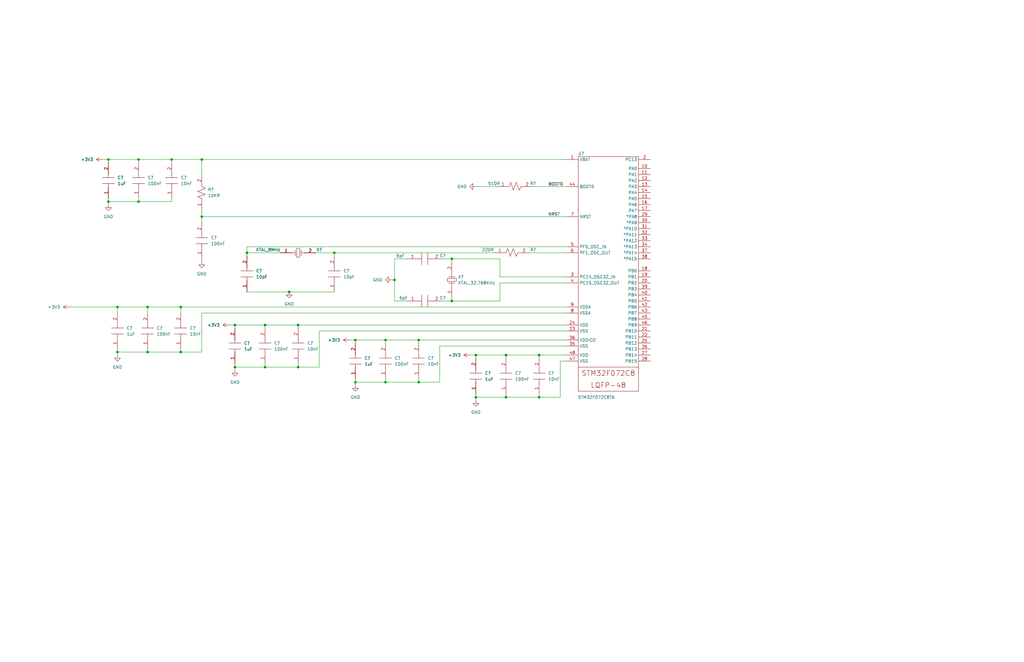
<source format=kicad_sch>
(kicad_sch (version 20211123) (generator eeschema)
  (paper "B")
  (lib_symbols
    (symbol "MEDWatch:100nF"
      (property "Reference" "C" (at 15.24 1.27 0))
      (property "Value" "100nF" (at -1.27 1.27 0))
      (symbol "100nF_0_1"
        (polyline (pts (xy 6.35 0) (xy 5.08 0)))
        (polyline (pts (xy 8.89 0) (xy 10.16 0)))
        (polyline (pts (xy 8.89 2.54) (xy 8.89 -2.54)))
        (polyline (pts (xy 6.35 2.54) (xy 6.35 0) (xy 6.35 -2.54)))
      )
      (symbol "100nF_1_1"
        (pin passive line (at 0 0 0) (length 5.08) (name "") (number "1"))
        (pin passive line (at 15.24 0 180) (length 5.08) (name "") (number "2"))
      )
    )
    (symbol "MEDWatch:10KR"
      (property "Reference" "R" (at 15.24 1.27 0))
      (property "Value" "10KR" (at -1.27 1.27 0))
      (symbol "10KR_0_1"
        (polyline (pts (xy 5.08 0) (xy 5.842 1.778) (xy 6.858 -1.524) (xy 8.128 1.778) (xy 9.398 -1.524) (xy 10.16 0)))
      )
      (symbol "10KR_1_1"
        (pin passive line (at 0 0 0) (length 5.08) (name "") (number "1"))
        (pin passive line (at 15.24 0 180) (length 5.08) (name "") (number "2"))
      )
    )
    (symbol "MEDWatch:10nF"
      (property "Reference" "C" (at 16.51 1.27 0))
      (property "Value" "10nF" (at -2.54 1.27 0))
      (symbol "10nF_0_1"
        (polyline (pts (xy 6.35 0) (xy 5.08 0)))
        (polyline (pts (xy 8.89 0) (xy 10.16 0)))
        (polyline (pts (xy 8.89 2.54) (xy 8.89 -2.54)))
        (polyline (pts (xy 6.35 2.54) (xy 6.35 0) (xy 6.35 -2.54)))
      )
      (symbol "10nF_1_1"
        (pin passive line (at 0 0 0) (length 5.08) (name "") (number "1"))
        (pin passive line (at 15.24 0 180) (length 5.08) (name "") (number "2"))
      )
    )
    (symbol "MEDWatch:10pF"
      (property "Reference" "C" (at 15.24 1.27 0))
      (property "Value" "10pF" (at 0 1.27 0))
      (symbol "10pF_0_1"
        (polyline (pts (xy 6.35 0) (xy 5.08 0)))
        (polyline (pts (xy 8.89 0) (xy 10.16 0)))
        (polyline (pts (xy 8.89 2.54) (xy 8.89 -2.54)))
        (polyline (pts (xy 6.35 2.54) (xy 6.35 0) (xy 6.35 -2.54)))
      )
      (symbol "10pF_1_1"
        (pin passive line (at 0 0 0) (length 5.08) (name "") (number "1"))
        (pin passive line (at 15.24 0 180) (length 5.08) (name "") (number "2"))
      )
    )
    (symbol "MEDWatch:1uF"
      (property "Reference" "C" (at 15.24 1.27 0))
      (property "Value" "1uF" (at 0 1.27 0))
      (symbol "1uF_0_1"
        (polyline (pts (xy 6.35 0) (xy 5.08 0)))
        (polyline (pts (xy 8.89 0) (xy 10.16 0)))
        (polyline (pts (xy 8.89 2.54) (xy 8.89 -2.54)))
        (polyline (pts (xy 6.35 2.54) (xy 6.35 0) (xy 6.35 -2.54)))
      )
      (symbol "1uF_1_1"
        (pin passive line (at 0 0 0) (length 5.08) (name "") (number "1"))
        (pin passive line (at 15.24 0 180) (length 5.08) (name "") (number "2"))
      )
    )
    (symbol "MEDWatch:220R"
      (property "Reference" "R" (at 15.24 1.27 0))
      (property "Value" "220R" (at -1.27 1.27 0))
      (symbol "220R_0_1"
        (polyline (pts (xy 5.08 0) (xy 5.842 1.778) (xy 6.858 -1.524) (xy 8.128 1.778) (xy 9.398 -1.524) (xy 10.16 0)))
      )
      (symbol "220R_1_1"
        (pin passive line (at 0 0 0) (length 5.08) (name "") (number "1"))
        (pin passive line (at 15.24 0 180) (length 5.08) (name "") (number "2"))
      )
    )
    (symbol "MEDWatch:510R"
      (property "Reference" "R" (at 15.24 1.27 0))
      (property "Value" "510R" (at -1.27 1.27 0))
      (symbol "510R_0_1"
        (polyline (pts (xy 5.08 0) (xy 5.842 1.778) (xy 6.858 -1.524) (xy 8.128 1.778) (xy 9.398 -1.524) (xy 10.16 0)))
      )
      (symbol "510R_1_1"
        (pin passive line (at 0 0 0) (length 5.08) (name "") (number "1"))
        (pin passive line (at 15.24 0 180) (length 5.08) (name "") (number "2"))
      )
    )
    (symbol "MEDWatch:6pF"
      (property "Reference" "C" (at 16.51 1.27 0))
      (property "Value" "6pF" (at -1.27 1.27 0))
      (symbol "6pF_0_1"
        (polyline (pts (xy 6.35 0) (xy 5.08 0)))
        (polyline (pts (xy 8.89 0) (xy 10.16 0)))
        (polyline (pts (xy 8.89 2.54) (xy 8.89 -2.54)))
        (polyline (pts (xy 6.35 2.54) (xy 6.35 0) (xy 6.35 -2.54)))
      )
      (symbol "6pF_1_1"
        (pin passive line (at 0 0 0) (length 5.08) (name "") (number "1"))
        (pin passive line (at 15.24 0 180) (length 5.08) (name "") (number "2"))
      )
    )
    (symbol "MEDWatch:STM32F072C8T6"
      (property "Reference" "U" (at 1.27 13.97 0))
      (property "Value" "STM32F072C8T6" (at 8.89 11.43 0))
      (symbol "STM32F072C8T6_0_0"
        (text "LQFP-48" (at 12.7 -96.52 0) (effects (font (size 2.159 2.159))))
        (text "STM32F072C8" (at 12.7 -91.44 0) (effects (font (size 2.159 2.159))))
      )
      (symbol "STM32F072C8T6_0_1"
        (polyline (pts (xy 0 -88.9) (xy 25.4 -88.9)))
        (rectangle (start 0 0) (end 25.4 -99.06))
      )
      (symbol "STM32F072C8T6_1_1"
        (pin power_in line (at -5.08 -1.27 0) (length 5.08) (name "VBAT") (number "1"))
        (pin bidirectional line (at 30.48 -5.08 180) (length 5.08) (name "PA0") (number "10"))
        (pin bidirectional line (at 30.48 -7.62 180) (length 5.08) (name "PA1") (number "11"))
        (pin bidirectional line (at 30.48 -10.16 180) (length 5.08) (name "PA2") (number "12"))
        (pin bidirectional line (at 30.48 -12.7 180) (length 5.08) (name "PA3") (number "13"))
        (pin bidirectional line (at 30.48 -15.24 180) (length 5.08) (name "PA4") (number "14"))
        (pin bidirectional line (at 30.48 -17.78 180) (length 5.08) (name "PA5") (number "15"))
        (pin bidirectional line (at 30.48 -20.32 180) (length 5.08) (name "PA6") (number "16"))
        (pin bidirectional line (at 30.48 -22.86 180) (length 5.08) (name "PA7") (number "17"))
        (pin bidirectional line (at 30.48 -48.26 180) (length 5.08) (name "PB0") (number "18"))
        (pin bidirectional line (at 30.48 -50.8 180) (length 5.08) (name "PB1") (number "19"))
        (pin bidirectional line (at 30.48 -1.27 180) (length 5.08) (name "PC13") (number "2"))
        (pin bidirectional line (at 30.48 -53.34 180) (length 5.08) (name "PB2") (number "20"))
        (pin bidirectional line (at 30.48 -73.66 180) (length 5.08) (name "PB10") (number "21"))
        (pin bidirectional line (at 30.48 -76.2 180) (length 5.08) (name "PB11") (number "22"))
        (pin power_out line (at -5.08 -73.66 0) (length 5.08) (name "VSS") (number "23"))
        (pin power_in line (at -5.08 -71.12 0) (length 5.08) (name "VDD") (number "24"))
        (pin bidirectional line (at 30.48 -78.74 180) (length 5.08) (name "PB12") (number "25"))
        (pin bidirectional line (at 30.48 -81.28 180) (length 5.08) (name "PB13") (number "26"))
        (pin bidirectional line (at 30.48 -83.82 180) (length 5.08) (name "PB14") (number "27"))
        (pin bidirectional line (at 30.48 -86.36 180) (length 5.08) (name "PB15") (number "28"))
        (pin bidirectional line (at 30.48 -25.4 180) (length 5.08) (name "*PA8") (number "29"))
        (pin input line (at -5.08 -50.8 0) (length 5.08) (name "PC14_OSC32_IN") (number "3"))
        (pin bidirectional line (at 30.48 -27.94 180) (length 5.08) (name "*PA9") (number "30"))
        (pin bidirectional line (at 30.48 -30.48 180) (length 5.08) (name "*PA10") (number "31"))
        (pin bidirectional line (at 30.48 -33.02 180) (length 5.08) (name "*PA11") (number "32"))
        (pin bidirectional line (at 30.48 -35.56 180) (length 5.08) (name "*PA12") (number "33"))
        (pin bidirectional line (at 30.48 -38.1 180) (length 5.08) (name "*PA13") (number "34"))
        (pin power_out line (at -5.08 -80.01 0) (length 5.08) (name "VSS") (number "35"))
        (pin power_in line (at -5.08 -77.47 0) (length 5.08) (name "VDDIO2") (number "36"))
        (pin bidirectional line (at 30.48 -40.64 180) (length 5.08) (name "*PA14") (number "37"))
        (pin bidirectional line (at 30.48 -43.18 180) (length 5.08) (name "*PA15") (number "38"))
        (pin bidirectional line (at 30.48 -55.88 180) (length 5.08) (name "PB3") (number "39"))
        (pin output line (at -5.08 -53.34 0) (length 5.08) (name "PC15_OSC32_OUT") (number "4"))
        (pin bidirectional line (at 30.48 -58.42 180) (length 5.08) (name "PB4") (number "40"))
        (pin bidirectional line (at 30.48 -60.96 180) (length 5.08) (name "PB5") (number "41"))
        (pin bidirectional line (at 30.48 -63.5 180) (length 5.08) (name "PB6") (number "42"))
        (pin bidirectional line (at 30.48 -66.04 180) (length 5.08) (name "PB7") (number "43"))
        (pin passive line (at -5.08 -12.7 0) (length 5.08) (name "BOOT0") (number "44"))
        (pin bidirectional line (at 30.48 -68.58 180) (length 5.08) (name "PB8") (number "45"))
        (pin bidirectional line (at 30.48 -71.12 180) (length 5.08) (name "PB9") (number "46"))
        (pin power_out line (at -5.08 -86.36 0) (length 5.08) (name "VSS") (number "47"))
        (pin power_in line (at -5.08 -83.82 0) (length 5.08) (name "VDD") (number "48"))
        (pin input line (at -5.08 -38.1 0) (length 5.08) (name "PF0_OSC_IN") (number "5"))
        (pin output line (at -5.08 -40.64 0) (length 5.08) (name "PF1_OSC_OUT") (number "6"))
        (pin passive line (at -5.08 -25.4 0) (length 5.08) (name "NRST") (number "7"))
        (pin power_out line (at -5.08 -66.04 0) (length 5.08) (name "VSSA") (number "8"))
        (pin power_in line (at -5.08 -63.5 0) (length 5.08) (name "VDDA") (number "9"))
      )
    )
    (symbol "MEDWatch:XTAL_32.768KHz"
      (property "Reference" "X" (at 19.05 1.27 0))
      (property "Value" "XTAL_32.768KHz" (at -6.35 2.54 0))
      (symbol "XTAL_32.768KHz_0_0"
        (polyline (pts (xy 5.08 0) (xy 6.35 0)))
        (polyline (pts (xy 6.35 1.27) (xy 6.35 -1.27)))
        (polyline (pts (xy 8.89 0) (xy 10.16 0)))
        (polyline (pts (xy 8.89 1.27) (xy 8.89 -1.27)))
        (polyline (pts (xy 6.985 1.905) (xy 8.255 1.905) (xy 8.255 -1.905) (xy 6.985 -1.905) (xy 6.985 1.905)))
      )
      (symbol "XTAL_32.768KHz_1_1"
        (pin passive line (at 0 0 0) (length 5.08) (name "") (number "1"))
        (pin passive line (at 15.24 0 180) (length 5.08) (name "") (number "2"))
      )
    )
    (symbol "MEDWatch:XTAL_8MHz"
      (property "Reference" "X" (at 16.51 7.62 0))
      (property "Value" "XTAL_8MHz" (at 6.35 8.89 0))
      (symbol "XTAL_8MHz_0_0"
        (polyline (pts (xy 5.08 0) (xy 6.35 0)))
        (polyline (pts (xy 6.35 1.27) (xy 6.35 -1.27)))
        (polyline (pts (xy 8.89 0) (xy 10.16 0)))
        (polyline (pts (xy 8.89 1.27) (xy 8.89 -1.27)))
        (polyline (pts (xy 6.985 1.905) (xy 8.255 1.905) (xy 8.255 -1.905) (xy 6.985 -1.905) (xy 6.985 1.905)))
      )
      (symbol "XTAL_8MHz_1_1"
        (pin passive line (at 0 0 0) (length 5.08) (name "") (number "1"))
        (pin passive line (at 15.24 0 180) (length 5.08) (name "") (number "2"))
      )
    )
    (symbol "power:+3V3" (power) (pin_names (offset 0))
      (property "Value" "+3V3" (at 0 3.556 0))
      (symbol "+3V3_0_1"
        (polyline (pts (xy -0.762 1.27) (xy 0 2.54)))
        (polyline (pts (xy 0 0) (xy 0 2.54)))
        (polyline (pts (xy 0 2.54) (xy 0.762 1.27)))
      )
      (symbol "+3V3_1_1"
        (pin power_in line (at 0 0 90) (length 0) hide (name "+3V3") (number "1"))
      )
    )
    (symbol "power:GND" (power) (pin_names (offset 0))
      (property "Value" "GND" (at 0 -3.81 0))
      (symbol "GND_0_1"
        (polyline (pts (xy 0 0) (xy 0 -1.27) (xy 1.27 -1.27) (xy 0 -2.54) (xy -1.27 -1.27) (xy 0 -1.27)))
      )
      (symbol "GND_1_1"
        (pin power_in line (at 0 0 270) (length 0) hide (name "GND") (number "1"))
      )
    )
  )
  (junction (at 76.2 129.54))
  (junction (at 190.5 109.22))
  (junction (at 62.23 129.54))
  (junction (at 190.5 127))
  (junction (at 58.42 85.09))
  (junction (at 111.76 137.16))
  (junction (at 162.56 143.51))
  (junction (at 200.66 167.64))
  (junction (at 99.06 137.16))
  (junction (at 213.36 167.64))
  (junction (at 176.53 143.51))
  (junction (at 111.76 154.94))
  (junction (at 166.37 118.11))
  (junction (at 213.36 149.86))
  (junction (at 85.09 91.44))
  (junction (at 49.53 148.59))
  (junction (at 62.23 148.59))
  (junction (at 45.72 85.09))
  (junction (at 125.73 154.94))
  (junction (at 227.33 149.86))
  (junction (at 162.56 161.29))
  (junction (at 104.14 106.68))
  (junction (at 200.66 149.86))
  (junction (at 149.86 143.51))
  (junction (at 76.2 148.59))
  (junction (at 176.53 161.29))
  (junction (at 149.86 161.29))
  (junction (at 99.06 154.94))
  (junction (at 121.92 123.19))
  (junction (at 58.42 67.31))
  (junction (at 140.97 106.68))
  (junction (at 45.72 67.31))
  (junction (at 85.09 67.31))
  (junction (at 72.39 67.31))
  (junction (at 125.73 137.16))
  (junction (at 227.33 167.64))
  (junction (at 49.53 129.54))
  (wire (pts (xy 111.76 153.67) (xy 111.76 154.94)))
  (wire (pts (xy 99.06 154.94) (xy 99.06 153.67)))
  (wire (pts (xy 76.2 147.32) (xy 76.2 148.59)))
  (wire (pts (xy 58.42 85.09) (xy 45.72 85.09)))
  (wire (pts (xy 96.52 137.16) (xy 99.06 137.16)))
  (wire (pts (xy 236.22 167.64) (xy 227.33 167.64)))
  (wire (pts (xy 213.36 149.86) (xy 227.33 149.86)))
  (wire (pts (xy 238.76 91.44) (xy 85.09 91.44)))
  (wire (pts (xy 125.73 137.16) (xy 238.76 137.16)))
  (wire (pts (xy 58.42 67.31) (xy 58.42 68.58)))
  (wire (pts (xy 238.76 104.14) (xy 104.14 104.14)))
  (wire (pts (xy 166.37 118.11) (xy 166.37 127)))
  (wire (pts (xy 45.72 85.09) (xy 45.72 86.36)))
  (wire (pts (xy 238.76 146.05) (xy 185.42 146.05)))
  (wire (pts (xy 185.42 161.29) (xy 176.53 161.29)))
  (wire (pts (xy 208.28 106.68) (xy 140.97 106.68)))
  (wire (pts (xy 223.52 106.68) (xy 238.76 106.68)))
  (wire (pts (xy 190.5 127) (xy 210.82 127)))
  (wire (pts (xy 62.23 129.54) (xy 76.2 129.54)))
  (wire (pts (xy 185.42 146.05) (xy 185.42 161.29)))
  (wire (pts (xy 238.76 132.08) (xy 85.09 132.08)))
  (wire (pts (xy 49.53 149.86) (xy 49.53 148.59)))
  (wire (pts (xy 166.37 109.22) (xy 166.37 118.11)))
  (wire (pts (xy 140.97 123.19) (xy 121.92 123.19)))
  (wire (pts (xy 76.2 148.59) (xy 62.23 148.59)))
  (wire (pts (xy 238.76 139.7) (xy 134.62 139.7)))
  (wire (pts (xy 85.09 67.31) (xy 72.39 67.31)))
  (wire (pts (xy 227.33 149.86) (xy 227.33 151.13)))
  (wire (pts (xy 190.5 109.22) (xy 190.5 110.49)))
  (wire (pts (xy 176.53 161.29) (xy 162.56 161.29)))
  (wire (pts (xy 104.14 106.68) (xy 104.14 107.95)))
  (wire (pts (xy 49.53 129.54) (xy 62.23 129.54)))
  (wire (pts (xy 200.66 167.64) (xy 200.66 166.37)))
  (wire (pts (xy 85.09 67.31) (xy 85.09 73.66)))
  (wire (pts (xy 99.06 154.94) (xy 99.06 156.21)))
  (wire (pts (xy 200.66 149.86) (xy 200.66 151.13)))
  (wire (pts (xy 236.22 152.4) (xy 236.22 167.64)))
  (wire (pts (xy 166.37 127) (xy 171.45 127)))
  (wire (pts (xy 76.2 129.54) (xy 238.76 129.54)))
  (wire (pts (xy 149.86 161.29) (xy 149.86 162.56)))
  (wire (pts (xy 49.53 148.59) (xy 49.53 147.32)))
  (wire (pts (xy 85.09 148.59) (xy 76.2 148.59)))
  (wire (pts (xy 29.21 129.54) (xy 49.53 129.54)))
  (wire (pts (xy 125.73 137.16) (xy 125.73 138.43)))
  (wire (pts (xy 111.76 154.94) (xy 99.06 154.94)))
  (wire (pts (xy 200.66 167.64) (xy 200.66 168.91)))
  (wire (pts (xy 76.2 129.54) (xy 76.2 132.08)))
  (wire (pts (xy 72.39 67.31) (xy 72.39 68.58)))
  (wire (pts (xy 238.76 152.4) (xy 236.22 152.4)))
  (wire (pts (xy 72.39 83.82) (xy 72.39 85.09)))
  (wire (pts (xy 85.09 109.22) (xy 85.09 110.49)))
  (wire (pts (xy 49.53 148.59) (xy 62.23 148.59)))
  (wire (pts (xy 62.23 129.54) (xy 62.23 132.08)))
  (wire (pts (xy 58.42 83.82) (xy 58.42 85.09)))
  (wire (pts (xy 85.09 132.08) (xy 85.09 148.59)))
  (wire (pts (xy 162.56 143.51) (xy 162.56 144.78)))
  (wire (pts (xy 140.97 106.68) (xy 133.35 106.68)))
  (wire (pts (xy 99.06 137.16) (xy 99.06 138.43)))
  (wire (pts (xy 176.53 143.51) (xy 238.76 143.51)))
  (wire (pts (xy 72.39 85.09) (xy 58.42 85.09)))
  (wire (pts (xy 238.76 116.84) (xy 210.82 116.84)))
  (wire (pts (xy 85.09 88.9) (xy 85.09 91.44)))
  (wire (pts (xy 200.66 78.74) (xy 209.55 78.74)))
  (wire (pts (xy 58.42 67.31) (xy 45.72 67.31)))
  (wire (pts (xy 210.82 119.38) (xy 210.82 127)))
  (wire (pts (xy 227.33 167.64) (xy 213.36 167.64)))
  (wire (pts (xy 111.76 137.16) (xy 111.76 138.43)))
  (wire (pts (xy 186.69 109.22) (xy 190.5 109.22)))
  (wire (pts (xy 162.56 160.02) (xy 162.56 161.29)))
  (wire (pts (xy 149.86 143.51) (xy 162.56 143.51)))
  (wire (pts (xy 227.33 166.37) (xy 227.33 167.64)))
  (wire (pts (xy 99.06 137.16) (xy 111.76 137.16)))
  (wire (pts (xy 45.72 85.09) (xy 45.72 83.82)))
  (wire (pts (xy 213.36 167.64) (xy 200.66 167.64)))
  (wire (pts (xy 213.36 166.37) (xy 213.36 167.64)))
  (wire (pts (xy 125.73 154.94) (xy 111.76 154.94)))
  (wire (pts (xy 49.53 129.54) (xy 49.53 132.08)))
  (wire (pts (xy 171.45 109.22) (xy 166.37 109.22)))
  (wire (pts (xy 176.53 160.02) (xy 176.53 161.29)))
  (wire (pts (xy 62.23 147.32) (xy 62.23 148.59)))
  (wire (pts (xy 213.36 151.13) (xy 213.36 149.86)))
  (wire (pts (xy 162.56 161.29) (xy 149.86 161.29)))
  (wire (pts (xy 210.82 116.84) (xy 210.82 109.22)))
  (wire (pts (xy 147.32 143.51) (xy 149.86 143.51)))
  (wire (pts (xy 149.86 161.29) (xy 149.86 160.02)))
  (wire (pts (xy 43.18 67.31) (xy 45.72 67.31)))
  (wire (pts (xy 72.39 67.31) (xy 58.42 67.31)))
  (wire (pts (xy 140.97 106.68) (xy 140.97 107.95)))
  (wire (pts (xy 104.14 104.14) (xy 104.14 106.68)))
  (wire (pts (xy 190.5 109.22) (xy 210.82 109.22)))
  (wire (pts (xy 134.62 139.7) (xy 134.62 154.94)))
  (wire (pts (xy 104.14 106.68) (xy 118.11 106.68)))
  (wire (pts (xy 186.69 127) (xy 190.5 127)))
  (wire (pts (xy 121.92 123.19) (xy 104.14 123.19)))
  (wire (pts (xy 224.79 78.74) (xy 238.76 78.74)))
  (wire (pts (xy 165.1 118.11) (xy 166.37 118.11)))
  (wire (pts (xy 238.76 67.31) (xy 85.09 67.31)))
  (wire (pts (xy 198.12 149.86) (xy 200.66 149.86)))
  (wire (pts (xy 111.76 137.16) (xy 125.73 137.16)))
  (wire (pts (xy 227.33 149.86) (xy 238.76 149.86)))
  (wire (pts (xy 200.66 149.86) (xy 213.36 149.86)))
  (wire (pts (xy 45.72 67.31) (xy 45.72 68.58)))
  (wire (pts (xy 190.5 125.73) (xy 190.5 127)))
  (wire (pts (xy 162.56 143.51) (xy 176.53 143.51)))
  (wire (pts (xy 149.86 143.51) (xy 149.86 144.78)))
  (wire (pts (xy 134.62 154.94) (xy 125.73 154.94)))
  (wire (pts (xy 85.09 91.44) (xy 85.09 93.98)))
  (wire (pts (xy 176.53 143.51) (xy 176.53 144.78)))
  (wire (pts (xy 125.73 153.67) (xy 125.73 154.94)))
  (wire (pts (xy 238.76 119.38) (xy 210.82 119.38)))
  (label "NRST" (at 231.14 91.44 0))
  (label "BOOT0" (at 231.14 78.74 0))
  (symbol (lib_id "power:GND") (at 49.53 149.86 0) (unit 1)
    (property "Reference" "#PWR?" (effects hide))
    (property "Value" "GND" (at 49.53 154.94 0))
  )
  (symbol (lib_id "MEDWatch:100nF") (at 213.36 166.37 90) (unit 1)
    (property "Reference" "C?" (at 217.17 157.4799 90) (effects (justify right)))
    (property "Value" "100nF" (at 217.17 160.0199 90) (effects (justify right)))
    (property "Datasheet" "https://ds.yuden.co.jp/TYCOMPAS/ut/detail?pn=LMK105B7104MVHF%20&u=M" (effects hide))
  )
  (symbol (lib_id "MEDWatch:10pF") (at 104.14 123.19 90) (unit 1)
    (property "Reference" "C?" (at 107.95 114.2999 90) (effects (justify right)))
    (property "Value" "10pF" (at 107.95 116.8399 90) (effects (justify right)))
    (property "Datasheet" "https://www.we-online.com/katalog/datasheet/885012005007.pdf" (effects hide))
  )
  (symbol (lib_id "MEDWatch:1uF") (at 149.86 160.02 90) (unit 1)
    (property "Reference" "C?" (at 153.67 151.1299 90) (effects (justify right)))
    (property "Value" "1uF" (at 153.67 153.6699 90) (effects (justify right)))
    (property "Datasheet" "https://media.digikey.com/pdf/Data%20Sheets/Samsung%20PDFs/CL05A105KP5NNN_Specsheet%20(1).pdf" (effects hide))
  )
  (symbol (lib_id "MEDWatch:10nF") (at 76.2 147.32 90) (unit 1)
    (property "Reference" "C?" (at 80.01 138.4299 90) (effects (justify right)))
    (property "Value" "10nF" (at 80.01 140.9699 90) (effects (justify right)))
    (property "Datasheet" "https://www.vishay.com/docs/28548/vjw1bcbascomseries.pdf" (effects hide))
  )
  (symbol (lib_id "MEDWatch:10nF") (at 176.53 160.02 90) (unit 1)
    (property "Reference" "C?" (at 180.34 151.1299 90) (effects (justify right)))
    (property "Value" "10nF" (at 180.34 153.6699 90) (effects (justify right)))
    (property "Datasheet" "https://www.vishay.com/docs/28548/vjw1bcbascomseries.pdf" (effects hide))
  )
  (symbol (lib_id "power:GND") (at 200.66 78.74 270) (unit 1)
    (property "Reference" "#PWR?" (effects hide))
    (property "Value" "GND" (at 196.85 78.7399 90) (effects (justify right)))
  )
  (symbol (lib_id "MEDWatch:10pF") (at 140.97 123.19 90) (unit 1)
    (property "Reference" "C?" (at 144.78 114.2999 90) (effects (justify right)))
    (property "Value" "10pF" (at 144.78 116.8399 90) (effects (justify right)))
    (property "Datasheet" "https://www.we-online.com/katalog/datasheet/885012005007.pdf" (effects hide))
  )
  (symbol (lib_id "power:GND") (at 200.66 168.91 0) (unit 1)
    (property "Reference" "#PWR?" (effects hide))
    (property "Value" "GND" (at 200.66 173.99 0))
  )
  (symbol (lib_id "power:GND") (at 99.06 156.21 0) (unit 1)
    (property "Reference" "#PWR?" (effects hide))
    (property "Value" "GND" (at 99.06 161.29 0))
  )
  (symbol (lib_id "power:GND") (at 165.1 118.11 270) (unit 1)
    (property "Reference" "#PWR?" (effects hide))
    (property "Value" "GND" (at 161.29 118.1099 90) (effects (justify right)))
  )
  (symbol (lib_id "power:+3V3") (at 29.21 129.54 90) (unit 1)
    (property "Reference" "#PWR?" (effects hide))
    (property "Value" "+3V3" (at 25.4 129.5399 90) (effects (justify left)))
  )
  (symbol (lib_id "power:+3V3") (at 198.12 149.86 90) (unit 1)
    (property "Reference" "#PWR?" (effects hide))
    (property "Value" "+3V3" (at 194.31 149.8599 90) (effects (justify left)))
  )
  (symbol (lib_id "power:+3V3") (at 43.18 67.31 90) (unit 1)
    (property "Reference" "#PWR?" (effects hide))
    (property "Value" "+3V3" (at 39.37 67.3099 90) (effects (justify left)))
  )
  (symbol (lib_id "MEDWatch:1uF") (at 49.53 147.32 90) (unit 1)
    (property "Reference" "C?" (at 53.34 138.4299 90) (effects (justify right)))
    (property "Value" "1uF" (at 53.34 140.9699 90) (effects (justify right)))
    (property "Datasheet" "https://media.digikey.com/pdf/Data%20Sheets/Samsung%20PDFs/CL05A105KP5NNN_Specsheet%20(1).pdf" (effects hide))
  )
  (symbol (lib_id "MEDWatch:10nF") (at 72.39 83.82 90) (unit 1)
    (property "Reference" "C?" (at 76.2 74.9299 90) (effects (justify right)))
    (property "Value" "10nF" (at 76.2 77.4699 90) (effects (justify right)))
    (property "Datasheet" "https://www.vishay.com/docs/28548/vjw1bcbascomseries.pdf" (effects hide))
  )
  (symbol (lib_id "MEDWatch:100nF") (at 111.76 153.67 90) (unit 1)
    (property "Reference" "C?" (at 115.57 144.7799 90) (effects (justify right)))
    (property "Value" "100nF" (at 115.57 147.3199 90) (effects (justify right)))
    (property "Datasheet" "https://ds.yuden.co.jp/TYCOMPAS/ut/detail?pn=LMK105B7104MVHF%20&u=M" (effects hide))
  )
  (symbol (lib_id "power:GND") (at 85.09 110.49 0) (unit 1)
    (property "Reference" "#PWR?" (effects hide))
    (property "Value" "GND" (at 85.09 115.57 0))
  )
  (symbol (lib_id "MEDWatch:10nF") (at 125.73 153.67 90) (unit 1)
    (property "Reference" "C?" (at 129.54 144.7799 90) (effects (justify right)))
    (property "Value" "10nF" (at 129.54 147.3199 90) (effects (justify right)))
    (property "Datasheet" "https://www.vishay.com/docs/28548/vjw1bcbascomseries.pdf" (effects hide))
  )
  (symbol (lib_id "MEDWatch:1uF") (at 45.72 83.82 90) (unit 1)
    (property "Reference" "C?" (at 49.53 74.9299 90) (effects (justify right)))
    (property "Value" "1uF" (at 49.53 77.4699 90) (effects (justify right)))
    (property "Datasheet" "https://media.digikey.com/pdf/Data%20Sheets/Samsung%20PDFs/CL05A105KP5NNN_Specsheet%20(1).pdf" (effects hide))
  )
  (symbol (lib_id "MEDWatch:XTAL_8MHz") (at 118.11 106.68 0) (unit 1)
    (property "Reference" "X?" (at 134.62 105.41 0))
    (property "Value" "XTAL_8MHz" (at 113.03 105.41 0))
    (property "Datasheet" "http://www.hosonic.net/pdf/Part%20Numbering%20System%20of%20SMD%20Crystal%20Units.pdf" (effects hide))
  )
  (symbol (lib_id "MEDWatch:1uF") (at 200.66 166.37 90) (unit 1)
    (property "Reference" "C?" (at 204.47 157.4799 90) (effects (justify right)))
    (property "Value" "1uF" (at 204.47 160.0199 90) (effects (justify right)))
    (property "Datasheet" "https://media.digikey.com/pdf/Data%20Sheets/Samsung%20PDFs/CL05A105KP5NNN_Specsheet%20(1).pdf" (effects hide))
  )
  (symbol (lib_id "MEDWatch:6pF") (at 171.45 109.22 0) (unit 1)
    (property "Reference" "C?" (at 186.69 107.95 0))
    (property "Value" "6pF" (at 168.91 107.95 0))
    (property "Datasheet" "http://www.passivecomponent.com/wp-content/uploads/datasheet/WTC_MLCC_General_Purpose.pdf" (effects hide))
    (property "Description" "CAP CER 6PF 50V C0G/NP0 0402" (effects hide))
  )
  (symbol (lib_id "MEDWatch:510R") (at 209.55 78.74 0) (unit 1)
    (property "Reference" "R?" (at 224.79 77.47 0))
    (property "Value" "510R" (at 208.28 77.47 0))
    (property "Datasheet" "https://www.seielect.com/catalog/sei-rmcf_rmcp.pdf" (effects hide))
  )
  (symbol (lib_id "power:+3V3") (at 96.52 137.16 90) (unit 1)
    (property "Reference" "#PWR?" (effects hide))
    (property "Value" "+3V3" (at 92.71 137.1599 90) (effects (justify left)))
  )
  (symbol (lib_id "MEDWatch:10KR") (at 85.09 88.9 90) (unit 1)
    (property "Reference" "R?" (at 87.63 80.0099 90) (effects (justify right)))
    (property "Value" "10KR" (at 87.63 82.5499 90) (effects (justify right)))
    (property "Datasheet" "https://www.seielect.com/catalog/sei-rmcf_rmcp.pdf" (effects hide))
  )
  (symbol (lib_id "MEDWatch:100nF") (at 162.56 160.02 90) (unit 1)
    (property "Reference" "C?" (at 166.37 151.1299 90) (effects (justify right)))
    (property "Value" "100nF" (at 166.37 153.6699 90) (effects (justify right)))
    (property "Datasheet" "https://ds.yuden.co.jp/TYCOMPAS/ut/detail?pn=LMK105B7104MVHF%20&u=M" (effects hide))
  )
  (symbol (lib_id "MEDWatch:6pF") (at 171.45 127 0) (unit 1)
    (property "Reference" "C?" (at 186.69 125.73 0))
    (property "Value" "6pF" (at 170.18 125.73 0))
    (property "Datasheet" "http://www.passivecomponent.com/wp-content/uploads/datasheet/WTC_MLCC_General_Purpose.pdf" (effects hide))
    (property "Description" "CAP CER 6PF 50V C0G/NP0 0402" (effects hide))
  )
  (symbol (lib_id "power:GND") (at 45.72 86.36 0) (unit 1)
    (property "Reference" "#PWR?" (effects hide))
    (property "Value" "GND" (at 45.72 91.44 0))
  )
  (symbol (lib_id "MEDWatch:220R") (at 208.28 106.68 0) (unit 1)
    (property "Reference" "R?" (at 224.79 105.41 0))
    (property "Value" "220R" (at 205.74 105.41 0))
    (property "Datasheet" "https://industrial.panasonic.com/cdbs/www-data/pdf/RDA0000/AOA0000C304.pdf" (effects hide))
  )
  (symbol (lib_id "MEDWatch:1uF") (at 99.06 153.67 90) (unit 1)
    (property "Reference" "C?" (at 102.87 144.7799 90) (effects (justify right)))
    (property "Value" "1uF" (at 102.87 147.3199 90) (effects (justify right)))
    (property "Datasheet" "https://media.digikey.com/pdf/Data%20Sheets/Samsung%20PDFs/CL05A105KP5NNN_Specsheet%20(1).pdf" (effects hide))
  )
  (symbol (lib_id "power:+3V3") (at 147.32 143.51 90) (unit 1)
    (property "Reference" "#PWR?" (effects hide))
    (property "Value" "+3V3" (at 143.51 143.5099 90) (effects (justify left)))
  )
  (symbol (lib_id "MEDWatch:100nF") (at 62.23 147.32 90) (unit 1)
    (property "Reference" "C?" (at 66.04 138.4299 90) (effects (justify right)))
    (property "Value" "100nF" (at 66.04 140.9699 90) (effects (justify right)))
    (property "Datasheet" "https://ds.yuden.co.jp/TYCOMPAS/ut/detail?pn=LMK105B7104MVHF%20&u=M" (effects hide))
  )
  (symbol (lib_id "MEDWatch:STM32F072C8T6") (at 243.84 66.04 0) (unit 1)
    (property "Reference" "U?" (at 245.11 64.77 0))
    (property "Value" "STM32F072C8T6" (at 251.46 167.64 0))
    (property "Datasheet" "https://www.st.com/content/ccc/resource/technical/document/datasheet/cd/46/43/83/22/d3/40/c8/DM00090510.pdf/files/DM00090510.pdf/jcr:content/translations/en.DM00090510.pdf" (effects hide))
  )
  (symbol (lib_id "MEDWatch:10nF") (at 227.33 166.37 90) (unit 1)
    (property "Reference" "C?" (at 231.14 157.4799 90) (effects (justify right)))
    (property "Value" "10nF" (at 231.14 160.0199 90) (effects (justify right)))
    (property "Datasheet" "https://www.vishay.com/docs/28548/vjw1bcbascomseries.pdf" (effects hide))
  )
  (symbol (lib_id "power:GND") (at 149.86 162.56 0) (unit 1)
    (property "Reference" "#PWR?" (effects hide))
    (property "Value" "GND" (at 149.86 167.64 0))
  )
  (symbol (lib_id "MEDWatch:100nF") (at 58.42 83.82 90) (unit 1)
    (property "Reference" "C?" (at 62.23 74.9299 90) (effects (justify right)))
    (property "Value" "100nF" (at 62.23 77.4699 90) (effects (justify right)))
    (property "Datasheet" "https://ds.yuden.co.jp/TYCOMPAS/ut/detail?pn=LMK105B7104MVHF%20&u=M" (effects hide))
  )
  (symbol (lib_id "MEDWatch:100nF") (at 85.09 109.22 90) (unit 1)
    (property "Reference" "C?" (at 88.9 100.3299 90) (effects (justify right)))
    (property "Value" "100nF" (at 88.9 102.8699 90) (effects (justify right)))
    (property "Datasheet" "https://ds.yuden.co.jp/TYCOMPAS/ut/detail?pn=LMK105B7104MVHF%20&u=M" (effects hide))
  )
  (symbol (lib_id "MEDWatch:XTAL_32.768KHz") (at 190.5 125.73 90) (unit 1)
    (property "Reference" "X?" (at 193.04 116.8399 90) (effects (justify right)))
    (property "Value" "XTAL_32.768KHz" (at 193.04 119.3799 90) (effects (justify right)))
    (property "Datasheet" "https://www.we-online.com/catalog/datasheet/830054236.pdf" (effects hide))
  )
  (symbol (lib_id "power:GND") (at 121.92 123.19 0) (unit 1)
    (property "Reference" "#PWR?" (effects hide))
    (property "Value" "GND" (at 121.92 128.27 0))
  )
)
</source>
